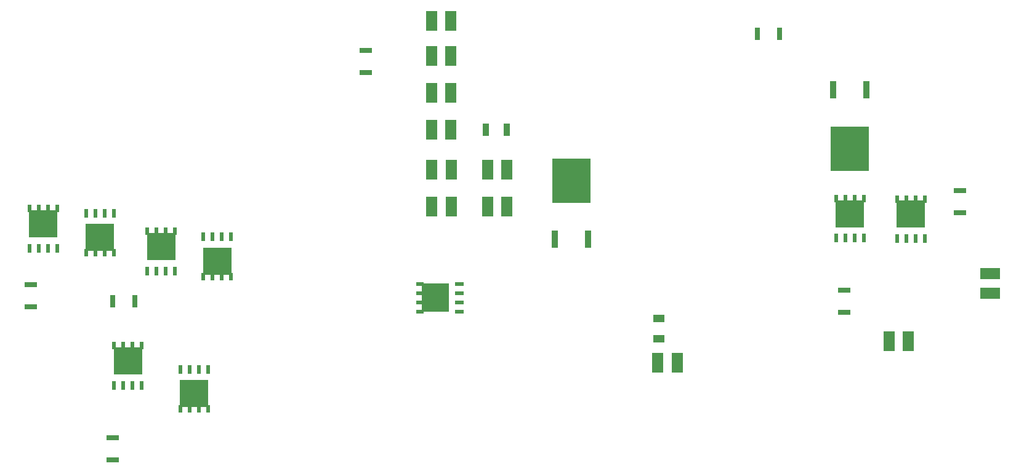
<source format=gbr>
%TF.GenerationSoftware,KiCad,Pcbnew,(6.0.10)*%
%TF.CreationDate,2024-01-08T08:39:50-08:00*%
%TF.ProjectId,windchargecontroller,77696e64-6368-4617-9267-65636f6e7472,rev?*%
%TF.SameCoordinates,Original*%
%TF.FileFunction,Paste,Top*%
%TF.FilePolarity,Positive*%
%FSLAX46Y46*%
G04 Gerber Fmt 4.6, Leading zero omitted, Abs format (unit mm)*
G04 Created by KiCad (PCBNEW (6.0.10)) date 2024-01-08 08:39:50*
%MOMM*%
%LPD*%
G01*
G04 APERTURE LIST*
%ADD10R,1.530000X2.720000*%
%ADD11R,0.914400X2.413000*%
%ADD12R,5.359400X6.070600*%
%ADD13R,0.610000X1.270000*%
%ADD14R,0.610000X1.020000*%
%ADD15R,3.910000X3.810000*%
%ADD16R,2.720000X1.530000*%
%ADD17R,0.703200X1.700000*%
%ADD18R,1.700000X0.703200*%
%ADD19R,1.599997X1.105598*%
%ADD20R,1.270000X0.610000*%
%ADD21R,3.810000X3.910000*%
%ADD22R,1.020000X0.610000*%
%ADD23R,0.853200X1.750000*%
G04 APERTURE END LIST*
D10*
%TO.C,C8*%
X138186400Y-52777200D03*
X140868400Y-52777200D03*
%TD*%
%TO.C,C7*%
X138186400Y-47697200D03*
X140868400Y-47697200D03*
%TD*%
D11*
%TO.C,D1*%
X155143200Y-67894200D03*
D12*
X157429200Y-59842400D03*
D11*
X159715200Y-67894200D03*
%TD*%
D10*
%TO.C,C4*%
X138237200Y-63347600D03*
X140919200Y-63347600D03*
%TD*%
D13*
%TO.C,Q3*%
X82880200Y-69095200D03*
X84150200Y-69095200D03*
X85420200Y-69095200D03*
X86690200Y-69095200D03*
D14*
X84150200Y-63630200D03*
X82880200Y-63630200D03*
D15*
X84785200Y-65735200D03*
D14*
X86690200Y-63630200D03*
X85420200Y-63630200D03*
%TD*%
D10*
%TO.C,C11*%
X203757200Y-81888000D03*
X201075200Y-81888000D03*
%TD*%
D11*
%TO.C,D2*%
X197967600Y-47332900D03*
D12*
X195681600Y-55384700D03*
D11*
X193395600Y-47332900D03*
%TD*%
D16*
%TO.C,C12*%
X214985600Y-75285600D03*
X214985600Y-72603600D03*
%TD*%
D13*
%TO.C,Q4*%
X107467400Y-85794000D03*
X106197400Y-85794000D03*
X104927400Y-85794000D03*
X103657400Y-85794000D03*
D15*
X105562400Y-89154000D03*
D14*
X106197400Y-91259000D03*
X103657400Y-91259000D03*
X104927400Y-91259000D03*
X107467400Y-91259000D03*
%TD*%
D17*
%TO.C,R7*%
X183029800Y-39624000D03*
X186083000Y-39624000D03*
%TD*%
D10*
%TO.C,C6*%
X138186400Y-42617200D03*
X140868400Y-42617200D03*
%TD*%
%TO.C,C9*%
X145877400Y-58267600D03*
X148559400Y-58267600D03*
%TD*%
D13*
%TO.C,Q5*%
X110617000Y-67531400D03*
X109347000Y-67531400D03*
X108077000Y-67531400D03*
X106807000Y-67531400D03*
D14*
X106807000Y-72996400D03*
X108077000Y-72996400D03*
X110617000Y-72996400D03*
X109347000Y-72996400D03*
D15*
X108712000Y-70891400D03*
%TD*%
D18*
%TO.C,R4*%
X129159000Y-41907400D03*
X129159000Y-44960600D03*
%TD*%
D17*
%TO.C,R2*%
X94355800Y-76454000D03*
X97409000Y-76454000D03*
%TD*%
D18*
%TO.C,R1*%
X94361000Y-98300600D03*
X94361000Y-95247400D03*
%TD*%
%TO.C,R8*%
X194919600Y-74927400D03*
X194919600Y-77980600D03*
%TD*%
D13*
%TO.C,Q6*%
X94488000Y-64267500D03*
X93218000Y-64267500D03*
X91948000Y-64267500D03*
X90678000Y-64267500D03*
D14*
X94488000Y-69732500D03*
X90678000Y-69732500D03*
X91948000Y-69732500D03*
X93218000Y-69732500D03*
D15*
X92583000Y-67627500D03*
%TD*%
D18*
%TO.C,R3*%
X83058000Y-77218600D03*
X83058000Y-74165400D03*
%TD*%
D10*
%TO.C,C3*%
X138237200Y-58267600D03*
X140919200Y-58267600D03*
%TD*%
D19*
%TO.C,R5*%
X169473200Y-78810402D03*
X169473200Y-81615998D03*
%TD*%
D10*
%TO.C,C2*%
X171978200Y-84886800D03*
X169296200Y-84886800D03*
%TD*%
D13*
%TO.C,Q2*%
X99110800Y-72244800D03*
X100380800Y-72244800D03*
X101650800Y-72244800D03*
X102920800Y-72244800D03*
D14*
X99110800Y-66779800D03*
X101650800Y-66779800D03*
X100380800Y-66779800D03*
X102920800Y-66779800D03*
D15*
X101015800Y-68884800D03*
%TD*%
D20*
%TO.C,Q9*%
X142044000Y-77851000D03*
X142044000Y-76581000D03*
X142044000Y-75311000D03*
X142044000Y-74041000D03*
D21*
X138684000Y-75946000D03*
D22*
X136579000Y-74041000D03*
X136579000Y-75311000D03*
X136579000Y-76581000D03*
X136579000Y-77851000D03*
%TD*%
D10*
%TO.C,C10*%
X145877400Y-63347600D03*
X148559400Y-63347600D03*
%TD*%
%TO.C,C5*%
X138186400Y-37795200D03*
X140868400Y-37795200D03*
%TD*%
D13*
%TO.C,Q14*%
X193827400Y-67723600D03*
X195097400Y-67723600D03*
X196367400Y-67723600D03*
X197637400Y-67723600D03*
D14*
X196367400Y-62258600D03*
X195097400Y-62258600D03*
X197637400Y-62258600D03*
X193827400Y-62258600D03*
D15*
X195732400Y-64363600D03*
%TD*%
D13*
%TO.C,Q1*%
X94538800Y-87992800D03*
X95808800Y-87992800D03*
X97078800Y-87992800D03*
X98348800Y-87992800D03*
D14*
X95808800Y-82527800D03*
X98348800Y-82527800D03*
X94538800Y-82527800D03*
D15*
X96443800Y-84632800D03*
D14*
X97078800Y-82527800D03*
%TD*%
D13*
%TO.C,Q15*%
X202209400Y-67795600D03*
X203479400Y-67795600D03*
X204749400Y-67795600D03*
X206019400Y-67795600D03*
D14*
X204749400Y-62330600D03*
X206019400Y-62330600D03*
D15*
X204114400Y-64435600D03*
D14*
X203479400Y-62330600D03*
X202209400Y-62330600D03*
%TD*%
D18*
%TO.C,R9*%
X210820000Y-64264600D03*
X210820000Y-61211400D03*
%TD*%
D23*
%TO.C,R6*%
X148543400Y-52781200D03*
X145690200Y-52781200D03*
%TD*%
M02*

</source>
